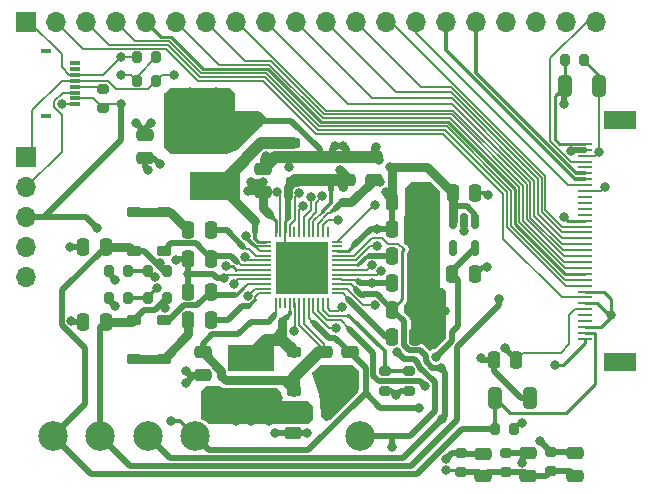
<source format=gtl>
G04 #@! TF.GenerationSoftware,KiCad,Pcbnew,8.0.8*
G04 #@! TF.CreationDate,2025-03-14T23:10:00+01:00*
G04 #@! TF.ProjectId,epdiy-v7-raw,65706469-792d-4763-972d-7261772e6b69,1.1*
G04 #@! TF.SameCoordinates,Original*
G04 #@! TF.FileFunction,Copper,L1,Top*
G04 #@! TF.FilePolarity,Positive*
%FSLAX46Y46*%
G04 Gerber Fmt 4.6, Leading zero omitted, Abs format (unit mm)*
G04 Created by KiCad (PCBNEW 8.0.8) date 2025-03-14 23:10:00*
%MOMM*%
%LPD*%
G01*
G04 APERTURE LIST*
G04 Aperture macros list*
%AMRoundRect*
0 Rectangle with rounded corners*
0 $1 Rounding radius*
0 $2 $3 $4 $5 $6 $7 $8 $9 X,Y pos of 4 corners*
0 Add a 4 corners polygon primitive as box body*
4,1,4,$2,$3,$4,$5,$6,$7,$8,$9,$2,$3,0*
0 Add four circle primitives for the rounded corners*
1,1,$1+$1,$2,$3*
1,1,$1+$1,$4,$5*
1,1,$1+$1,$6,$7*
1,1,$1+$1,$8,$9*
0 Add four rect primitives between the rounded corners*
20,1,$1+$1,$2,$3,$4,$5,0*
20,1,$1+$1,$4,$5,$6,$7,0*
20,1,$1+$1,$6,$7,$8,$9,0*
20,1,$1+$1,$8,$9,$2,$3,0*%
G04 Aperture macros list end*
G04 #@! TA.AperFunction,SMDPad,CuDef*
%ADD10RoundRect,0.150000X-0.150000X0.512500X-0.150000X-0.512500X0.150000X-0.512500X0.150000X0.512500X0*%
G04 #@! TD*
G04 #@! TA.AperFunction,SMDPad,CuDef*
%ADD11RoundRect,0.225000X-0.375000X0.225000X-0.375000X-0.225000X0.375000X-0.225000X0.375000X0.225000X0*%
G04 #@! TD*
G04 #@! TA.AperFunction,SMDPad,CuDef*
%ADD12RoundRect,0.225000X0.375000X-0.225000X0.375000X0.225000X-0.375000X0.225000X-0.375000X-0.225000X0*%
G04 #@! TD*
G04 #@! TA.AperFunction,SMDPad,CuDef*
%ADD13RoundRect,0.250000X0.250000X0.475000X-0.250000X0.475000X-0.250000X-0.475000X0.250000X-0.475000X0*%
G04 #@! TD*
G04 #@! TA.AperFunction,SMDPad,CuDef*
%ADD14RoundRect,0.249999X-0.325001X-0.650001X0.325001X-0.650001X0.325001X0.650001X-0.325001X0.650001X0*%
G04 #@! TD*
G04 #@! TA.AperFunction,SMDPad,CuDef*
%ADD15RoundRect,0.250000X-0.475000X0.250000X-0.475000X-0.250000X0.475000X-0.250000X0.475000X0.250000X0*%
G04 #@! TD*
G04 #@! TA.AperFunction,SMDPad,CuDef*
%ADD16RoundRect,0.200000X0.275000X-0.200000X0.275000X0.200000X-0.275000X0.200000X-0.275000X-0.200000X0*%
G04 #@! TD*
G04 #@! TA.AperFunction,SMDPad,CuDef*
%ADD17RoundRect,0.200000X-0.200000X-0.275000X0.200000X-0.275000X0.200000X0.275000X-0.200000X0.275000X0*%
G04 #@! TD*
G04 #@! TA.AperFunction,SMDPad,CuDef*
%ADD18RoundRect,0.200000X-0.275000X0.200000X-0.275000X-0.200000X0.275000X-0.200000X0.275000X0.200000X0*%
G04 #@! TD*
G04 #@! TA.AperFunction,SMDPad,CuDef*
%ADD19RoundRect,0.250000X-0.250000X-0.475000X0.250000X-0.475000X0.250000X0.475000X-0.250000X0.475000X0*%
G04 #@! TD*
G04 #@! TA.AperFunction,SMDPad,CuDef*
%ADD20RoundRect,0.200000X0.200000X0.275000X-0.200000X0.275000X-0.200000X-0.275000X0.200000X-0.275000X0*%
G04 #@! TD*
G04 #@! TA.AperFunction,SMDPad,CuDef*
%ADD21R,3.900000X2.200000*%
G04 #@! TD*
G04 #@! TA.AperFunction,SMDPad,CuDef*
%ADD22R,4.200000X2.400000*%
G04 #@! TD*
G04 #@! TA.AperFunction,SMDPad,CuDef*
%ADD23RoundRect,0.250000X0.475000X-0.250000X0.475000X0.250000X-0.475000X0.250000X-0.475000X-0.250000X0*%
G04 #@! TD*
G04 #@! TA.AperFunction,SMDPad,CuDef*
%ADD24R,0.850000X0.200000*%
G04 #@! TD*
G04 #@! TA.AperFunction,SMDPad,CuDef*
%ADD25R,0.200000X0.850000*%
G04 #@! TD*
G04 #@! TA.AperFunction,ComponentPad*
%ADD26C,0.508000*%
G04 #@! TD*
G04 #@! TA.AperFunction,SMDPad,CuDef*
%ADD27R,4.399999X4.399999*%
G04 #@! TD*
G04 #@! TA.AperFunction,SMDPad,CuDef*
%ADD28C,2.500000*%
G04 #@! TD*
G04 #@! TA.AperFunction,SMDPad,CuDef*
%ADD29R,0.838200X0.355600*%
G04 #@! TD*
G04 #@! TA.AperFunction,SMDPad,CuDef*
%ADD30R,0.838200X0.406400*%
G04 #@! TD*
G04 #@! TA.AperFunction,ComponentPad*
%ADD31R,1.700000X1.700000*%
G04 #@! TD*
G04 #@! TA.AperFunction,ComponentPad*
%ADD32O,1.700000X1.700000*%
G04 #@! TD*
G04 #@! TA.AperFunction,SMDPad,CuDef*
%ADD33R,2.800000X1.600000*%
G04 #@! TD*
G04 #@! TA.AperFunction,SMDPad,CuDef*
%ADD34R,1.300000X0.250000*%
G04 #@! TD*
G04 #@! TA.AperFunction,ViaPad*
%ADD35C,0.800000*%
G04 #@! TD*
G04 #@! TA.AperFunction,Conductor*
%ADD36C,0.200000*%
G04 #@! TD*
G04 #@! TA.AperFunction,Conductor*
%ADD37C,1.000000*%
G04 #@! TD*
G04 #@! TA.AperFunction,Conductor*
%ADD38C,0.500000*%
G04 #@! TD*
G04 #@! TA.AperFunction,Conductor*
%ADD39C,0.250000*%
G04 #@! TD*
G04 #@! TA.AperFunction,Conductor*
%ADD40C,0.300000*%
G04 #@! TD*
G04 #@! TA.AperFunction,Conductor*
%ADD41C,0.400000*%
G04 #@! TD*
G04 #@! TA.AperFunction,Conductor*
%ADD42C,0.750000*%
G04 #@! TD*
G04 APERTURE END LIST*
D10*
X114032070Y-100352500D03*
X113082070Y-100352500D03*
X112132070Y-100352500D03*
X112132070Y-102627500D03*
X114032070Y-102627500D03*
D11*
X85082070Y-108764000D03*
X85082070Y-112064000D03*
D12*
X87622070Y-112064000D03*
X87622070Y-108764000D03*
D11*
X85082070Y-99620000D03*
X85082070Y-102920000D03*
D12*
X87622070Y-102920000D03*
X87622070Y-99620000D03*
X98671070Y-114731000D03*
X98671070Y-111431000D03*
D11*
X98544070Y-93778000D03*
X98544070Y-97078000D03*
D13*
X113982070Y-104890000D03*
X112082070Y-104890000D03*
X108892070Y-110160000D03*
X106992070Y-110160000D03*
X117483333Y-112125000D03*
X115583333Y-112125000D03*
D14*
X121575000Y-88925000D03*
X124525000Y-88925000D03*
D15*
X118505000Y-120050000D03*
X118505000Y-121950000D03*
D14*
X115658333Y-115370000D03*
X118608333Y-115370000D03*
D15*
X122432000Y-120047000D03*
X122432000Y-121947000D03*
D16*
X106363270Y-114761600D03*
X106363270Y-113111600D03*
D17*
X121575000Y-86775000D03*
X123225000Y-86775000D03*
D18*
X116575000Y-119997000D03*
X116575000Y-121647000D03*
D17*
X115650000Y-118000000D03*
X117300000Y-118000000D03*
D18*
X120400000Y-119922000D03*
X120400000Y-121572000D03*
X108395270Y-113111600D03*
X108395270Y-114761600D03*
D15*
X105402070Y-94986000D03*
X105402070Y-96886000D03*
D19*
X106992070Y-98730000D03*
X108892070Y-98730000D03*
D20*
X87939070Y-104572000D03*
X86289070Y-104572000D03*
D21*
X94988070Y-115743000D03*
X94988070Y-111943000D03*
D22*
X91940070Y-97424000D03*
X91940070Y-92924000D03*
D20*
X84637070Y-106858000D03*
X82987070Y-106858000D03*
X87939070Y-106858000D03*
X86289070Y-106858000D03*
X84637070Y-104572000D03*
X82987070Y-104572000D03*
D23*
X98544070Y-118349000D03*
X98544070Y-116449000D03*
X103370070Y-113396000D03*
X103370070Y-111496000D03*
D13*
X91620070Y-103556000D03*
X89720070Y-103556000D03*
D19*
X89720070Y-106350000D03*
X91620070Y-106350000D03*
D24*
X102281070Y-106518001D03*
X102281070Y-106117999D03*
X102281070Y-105718000D03*
X102281070Y-105318001D03*
X102281070Y-104917999D03*
X102281070Y-104518000D03*
X102281070Y-104118000D03*
X102281070Y-103718001D03*
X102281070Y-103317999D03*
X102281070Y-102918000D03*
X102281070Y-102518001D03*
X102281070Y-102117999D03*
D25*
X101506071Y-101343000D03*
X101106069Y-101343000D03*
X100706070Y-101343000D03*
X100306071Y-101343000D03*
X99906069Y-101343000D03*
X99506070Y-101343000D03*
X99106070Y-101343000D03*
X98706071Y-101343000D03*
X98306069Y-101343000D03*
X97906070Y-101343000D03*
X97506071Y-101343000D03*
X97106069Y-101343000D03*
D24*
X96331070Y-102117999D03*
X96331070Y-102518001D03*
X96331070Y-102918000D03*
X96331070Y-103317999D03*
X96331070Y-103718001D03*
X96331070Y-104118000D03*
X96331070Y-104518000D03*
X96331070Y-104917999D03*
X96331070Y-105318001D03*
X96331070Y-105718000D03*
X96331070Y-106117999D03*
X96331070Y-106518001D03*
D25*
X97106069Y-107293000D03*
X97506071Y-107293000D03*
X97906070Y-107293000D03*
X98306069Y-107293000D03*
X98706071Y-107293000D03*
X99106070Y-107293000D03*
X99506070Y-107293000D03*
X99906069Y-107293000D03*
X100306071Y-107293000D03*
X100706070Y-107293000D03*
X101106069Y-107293000D03*
X101506071Y-107293000D03*
D26*
X100880870Y-105892800D03*
X100880870Y-105105400D03*
X100880870Y-104318000D03*
X100880870Y-103530600D03*
X100880870Y-102743200D03*
X100093470Y-105892800D03*
X100093470Y-105105400D03*
X100093470Y-104318000D03*
X100093470Y-103530600D03*
X100093470Y-102743200D03*
X99306070Y-105892800D03*
X99306070Y-105105400D03*
X99306070Y-104318000D03*
D27*
X99306070Y-104318000D03*
D26*
X99306070Y-103530600D03*
X99306070Y-102743200D03*
X98518670Y-105892800D03*
X98518670Y-105105400D03*
X98518670Y-104318000D03*
X98518670Y-103530600D03*
X98518670Y-102743200D03*
X97731270Y-105892800D03*
X97731270Y-105105400D03*
X97731270Y-104318000D03*
X97731270Y-103530600D03*
X97731270Y-102743200D03*
D13*
X108892070Y-107874000D03*
X106992070Y-107874000D03*
D23*
X96004070Y-97902000D03*
X96004070Y-96002000D03*
D13*
X108892070Y-101016000D03*
X106992070Y-101016000D03*
D19*
X80830070Y-102540000D03*
X82730070Y-102540000D03*
D23*
X100830070Y-96886000D03*
X100830070Y-94986000D03*
D19*
X106992070Y-105588000D03*
X108892070Y-105588000D03*
X89720070Y-101143000D03*
X91620070Y-101143000D03*
D23*
X103116070Y-96886000D03*
X103116070Y-94986000D03*
D19*
X89720070Y-108763000D03*
X91620070Y-108763000D03*
D13*
X82730070Y-108890000D03*
X80830070Y-108890000D03*
X108892070Y-103314700D03*
X106992070Y-103314700D03*
D23*
X101211070Y-113396000D03*
X101211070Y-111496000D03*
D19*
X112132070Y-97990000D03*
X114032070Y-97990000D03*
D15*
X114696000Y-120097000D03*
X114696000Y-121997000D03*
D18*
X112796000Y-119997000D03*
X112796000Y-121647000D03*
D15*
X86032070Y-93140000D03*
X86032070Y-95040000D03*
D23*
X90924070Y-113396000D03*
X90924070Y-111496000D03*
D28*
X86282070Y-118590000D03*
X78282070Y-118590000D03*
X90282070Y-118590000D03*
X104282070Y-118590000D03*
D17*
X85350000Y-88500000D03*
X87000000Y-88500000D03*
D20*
X87000000Y-86500063D03*
X85350000Y-86500063D03*
D28*
X82282070Y-118590000D03*
D29*
X80117800Y-90500441D03*
X80117800Y-90000315D03*
X80117800Y-89500189D03*
X80117800Y-89000063D03*
X80117800Y-88499937D03*
X80117800Y-87999811D03*
X80117800Y-87499685D03*
X80117800Y-86999559D03*
D30*
X77657800Y-86000000D03*
X77657800Y-91500000D03*
D31*
X75940000Y-83500000D03*
D32*
X78480000Y-83500000D03*
X81020000Y-83500000D03*
X83560000Y-83500000D03*
X86100000Y-83500000D03*
X88640000Y-83500000D03*
X91180000Y-83500000D03*
X93720000Y-83500000D03*
X96260000Y-83500000D03*
X98800000Y-83500000D03*
X101340000Y-83500000D03*
X103880000Y-83500000D03*
X106420000Y-83500000D03*
X108960000Y-83500000D03*
X111500000Y-83500000D03*
X114040000Y-83500000D03*
X116580000Y-83500000D03*
X119120000Y-83500000D03*
X121660000Y-83500000D03*
X124200000Y-83500000D03*
D31*
X76000000Y-95000000D03*
D32*
X76000000Y-97540000D03*
X76000000Y-100080000D03*
X76000000Y-102620000D03*
X76000000Y-105160000D03*
D16*
X82500000Y-89175000D03*
X82500000Y-90825000D03*
D33*
X126275000Y-112350000D03*
X126275000Y-91850000D03*
D34*
X123275000Y-110350000D03*
X123275000Y-109850000D03*
X123275000Y-109350000D03*
X123275000Y-108850000D03*
X123275000Y-108350000D03*
X123275000Y-107850000D03*
X123275000Y-107350000D03*
X123275000Y-106850000D03*
X123275000Y-106350000D03*
X123275000Y-105850000D03*
X123275000Y-105350000D03*
X123275000Y-104850000D03*
X123275000Y-104350000D03*
X123275000Y-103850000D03*
X123275000Y-103350000D03*
X123275000Y-102850000D03*
X123275000Y-102350000D03*
X123275000Y-101850000D03*
X123275000Y-101350000D03*
X123275000Y-100850000D03*
X123275000Y-100350000D03*
X123275000Y-99850000D03*
X123275000Y-99350000D03*
X123275000Y-98850000D03*
X123275000Y-98350000D03*
X123275000Y-97850000D03*
X123275000Y-97350000D03*
X123275000Y-96850000D03*
X123275000Y-96350000D03*
X123275000Y-95850000D03*
X123275000Y-95350000D03*
X123275000Y-94850000D03*
X123275000Y-94350000D03*
X123275000Y-93850000D03*
D35*
X124500000Y-94500000D03*
X102941069Y-114590000D03*
X110282070Y-106840000D03*
X125000000Y-97500000D03*
X95482070Y-91490000D03*
X110528866Y-102093204D03*
X105275070Y-104112000D03*
X102113171Y-94025000D03*
X99782070Y-118340000D03*
X102354070Y-100254000D03*
X109509657Y-104545000D03*
X93082070Y-90090000D03*
X105656070Y-102492000D03*
X102837153Y-93990910D03*
X113082070Y-101190000D03*
X110282070Y-97840000D03*
X88682070Y-90090000D03*
X79682070Y-102590000D03*
X101532070Y-116590000D03*
X88678756Y-103694099D03*
X92082070Y-89490000D03*
X89532070Y-113090000D03*
X91082070Y-90090000D03*
X111444043Y-108001973D03*
X125500000Y-108359521D03*
X102733813Y-107621257D03*
X89720070Y-104902000D03*
X102226070Y-113396000D03*
X115043039Y-104259394D03*
X89749377Y-92700000D03*
X107282070Y-115130000D03*
X92778847Y-105184403D03*
X88682070Y-92490000D03*
X101032070Y-114590000D03*
X110266558Y-104870863D03*
X86532070Y-92090000D03*
X89532070Y-114090000D03*
X111500000Y-121500000D03*
X98649351Y-109674663D03*
X83532070Y-107590000D03*
X79782070Y-108840000D03*
X94882070Y-92690000D03*
X114500000Y-112000000D03*
X102032070Y-115590000D03*
X98282070Y-95840000D03*
X101886070Y-94986000D03*
X105875283Y-95228486D03*
X89882070Y-89490000D03*
X96297604Y-94855534D03*
X115082070Y-98190000D03*
X98136070Y-94986000D03*
X88082070Y-91290000D03*
X118000000Y-117500000D03*
X97032070Y-118340000D03*
X85282070Y-92090000D03*
X109390000Y-106735000D03*
X110282070Y-100090000D03*
X109995331Y-101484669D03*
X83532070Y-105340000D03*
X105582070Y-94090000D03*
X110351505Y-108718325D03*
X79000000Y-90500000D03*
X116000000Y-107000000D03*
X94734070Y-106731000D03*
X87782070Y-107753998D03*
X121500000Y-90500000D03*
X87282070Y-103930002D03*
X94558816Y-103427029D03*
X111186035Y-117186035D03*
X111085184Y-112832862D03*
X120800000Y-112550000D03*
X118000272Y-120877000D03*
X109282070Y-116190000D03*
X119500000Y-119000000D03*
X122158631Y-94495000D03*
X88282070Y-117340000D03*
X99406060Y-99111000D03*
X121500000Y-100000000D03*
X111500000Y-120500000D03*
X105975000Y-97090000D03*
X107000000Y-119500000D03*
X107373605Y-111480500D03*
X116495000Y-111140000D03*
X109730965Y-114340000D03*
X102532070Y-96090000D03*
X105275070Y-105588000D03*
X94608327Y-101649743D03*
X102822070Y-97541000D03*
X88500000Y-88000063D03*
X100109731Y-98317659D03*
X84000000Y-86500063D03*
X101077318Y-98282747D03*
X97268070Y-97900765D03*
X105500000Y-107500000D03*
X106056501Y-104597563D03*
X105500000Y-99000000D03*
X99058070Y-98048002D03*
X106775000Y-95769795D03*
X105670014Y-101016000D03*
X99782070Y-116340000D03*
X95032070Y-97090000D03*
X91282070Y-115090000D03*
X106473219Y-97937557D03*
X93782070Y-117340000D03*
X92532070Y-117090000D03*
X94782070Y-97840000D03*
X92532070Y-115090000D03*
X96532070Y-117340000D03*
X92532070Y-116090000D03*
X97282070Y-116590000D03*
X86282070Y-96090000D03*
X96032070Y-97090000D03*
X87282070Y-95590000D03*
X91282070Y-116090000D03*
X97282070Y-115340000D03*
X95032070Y-117340000D03*
X102227070Y-109423000D03*
X110703536Y-111918534D03*
X84000000Y-90500000D03*
X82000000Y-101000000D03*
X84000000Y-88000063D03*
X92883070Y-104191000D03*
X86911346Y-105137619D03*
X87032070Y-106090000D03*
X93596775Y-105686994D03*
D36*
X124500000Y-94500000D02*
X124525000Y-94475000D01*
X124525000Y-94475000D02*
X124525000Y-88925000D01*
X88500000Y-88000063D02*
X87499937Y-88000063D01*
X87499937Y-88000063D02*
X87000000Y-88500000D01*
X80117800Y-88499937D02*
X82899449Y-88499937D01*
X82899449Y-88499937D02*
X83594512Y-89195000D01*
X83594512Y-89195000D02*
X86305000Y-89195000D01*
X86305000Y-89195000D02*
X87000000Y-88500000D01*
X84000000Y-88000063D02*
X84850063Y-88000063D01*
X84850063Y-88000063D02*
X85350000Y-88500000D01*
X87000000Y-86500063D02*
X85350000Y-88150063D01*
X85350000Y-88150063D02*
X85350000Y-88500000D01*
D37*
X98136070Y-94986000D02*
X101886070Y-94986000D01*
X101886070Y-94986000D02*
X105402070Y-94986000D01*
D38*
X102226070Y-113396000D02*
X103370070Y-113396000D01*
X100830070Y-94275998D02*
X100830070Y-94986000D01*
D39*
X124895000Y-106395000D02*
X125500000Y-107000000D01*
D38*
X114625000Y-112125000D02*
X114500000Y-112000000D01*
D36*
X101570069Y-100254000D02*
X102354070Y-100254000D01*
D38*
X90924070Y-113396000D02*
X90226070Y-113396000D01*
X101211070Y-113396000D02*
X101211070Y-114411000D01*
X118202000Y-121647000D02*
X118505000Y-121950000D01*
D36*
X101106069Y-101343000D02*
X101106069Y-100718000D01*
X101506071Y-107776872D02*
X101730199Y-108001000D01*
D40*
X114032070Y-97990000D02*
X114882070Y-97990000D01*
D38*
X122057000Y-121572000D02*
X122432000Y-121947000D01*
X79832070Y-108890000D02*
X79782070Y-108840000D01*
X106913670Y-114761600D02*
X107282070Y-115130000D01*
D36*
X117500000Y-118000000D02*
X118000000Y-117500000D01*
D38*
X95482070Y-91490000D02*
X95892080Y-91900010D01*
X86032070Y-93140000D02*
X86032070Y-92840000D01*
D36*
X101730199Y-108001000D02*
X102354070Y-108001000D01*
D38*
X98544070Y-118349000D02*
X97041070Y-118349000D01*
D36*
X93045251Y-104917999D02*
X92778847Y-105184403D01*
D38*
X89720070Y-106350000D02*
X89720070Y-104902000D01*
X89720070Y-103556000D02*
X88816855Y-103556000D01*
D36*
X98716079Y-107303008D02*
X98716079Y-109607935D01*
D38*
X103370070Y-114160999D02*
X102941069Y-114590000D01*
X101211070Y-114411000D02*
X101032070Y-114590000D01*
X105402070Y-94270000D02*
X105402070Y-94986000D01*
X88816855Y-103556000D02*
X88678756Y-103694099D01*
D39*
X124525000Y-88925000D02*
X124525000Y-88061148D01*
X124357537Y-107350000D02*
X125475000Y-108467463D01*
X125475000Y-108525000D02*
X124650000Y-109350000D01*
D38*
X107282070Y-115130000D02*
X107335270Y-115130000D01*
D36*
X124650000Y-97850000D02*
X125000000Y-97500000D01*
D38*
X86032070Y-92840000D02*
X85282070Y-92090000D01*
D36*
X105109807Y-102492000D02*
X105656070Y-102492000D01*
D38*
X116575000Y-121647000D02*
X118202000Y-121647000D01*
X107335270Y-115130000D02*
X107703670Y-114761600D01*
X112796000Y-121647000D02*
X114346000Y-121647000D01*
X115583333Y-112125000D02*
X114625000Y-112125000D01*
X118505000Y-121950000D02*
X120022000Y-121950000D01*
X90226070Y-113396000D02*
X89532070Y-114090000D01*
X120022000Y-121950000D02*
X120400000Y-121572000D01*
X120400000Y-121572000D02*
X122057000Y-121572000D01*
X101211070Y-113396000D02*
X102226070Y-113396000D01*
X89720070Y-104902000D02*
X89720070Y-103556000D01*
X96004070Y-95149068D02*
X96297604Y-94855534D01*
X86032070Y-92590000D02*
X86532070Y-92090000D01*
D39*
X125500000Y-108500000D02*
X125475000Y-108525000D01*
X123238852Y-86775000D02*
X124525000Y-88061148D01*
D38*
X115583333Y-112125000D02*
X115583333Y-113058333D01*
X82987070Y-107045000D02*
X83532070Y-107590000D01*
D37*
X96004070Y-96002000D02*
X97020070Y-94986000D01*
D38*
X103370070Y-113396000D02*
X103370070Y-114160999D01*
D37*
X97020070Y-94986000D02*
X98136070Y-94986000D01*
D38*
X101886070Y-94986000D02*
X101886070Y-94252101D01*
D39*
X125500000Y-108359521D02*
X125500000Y-108500000D01*
X111500000Y-121500000D02*
X112649000Y-121500000D01*
X123275000Y-106350000D02*
X123320000Y-106395000D01*
D36*
X102281070Y-103718001D02*
X103883806Y-103718001D01*
D38*
X95892080Y-91900010D02*
X98454082Y-91900010D01*
D36*
X98716079Y-109607935D02*
X98649351Y-109674663D01*
X79000000Y-90500000D02*
X80117359Y-90500000D01*
D38*
X114346000Y-121647000D02*
X114696000Y-121997000D01*
D36*
X98706071Y-107293000D02*
X98716079Y-107303008D01*
D40*
X114882070Y-97990000D02*
X115082070Y-98190000D01*
D38*
X117895000Y-115370000D02*
X118608333Y-115370000D01*
X103116070Y-94269827D02*
X102837153Y-93990910D01*
D36*
X104859062Y-104528008D02*
X105275070Y-104112000D01*
X96331070Y-104917999D02*
X93045251Y-104917999D01*
D38*
X105582070Y-94090000D02*
X105402070Y-94270000D01*
X108395270Y-114761600D02*
X107703670Y-114761600D01*
X86032070Y-93140000D02*
X86032070Y-92590000D01*
X105644556Y-95228486D02*
X105875283Y-95228486D01*
D36*
X101106069Y-100718000D02*
X101570069Y-100254000D01*
X102354070Y-108001000D02*
X102733813Y-107621257D01*
D38*
X114696000Y-121997000D02*
X115103468Y-121589532D01*
X115583333Y-113058333D02*
X117895000Y-115370000D01*
X96004070Y-96002000D02*
X96004070Y-95149068D01*
X115103468Y-121589532D02*
X115282465Y-121589532D01*
D39*
X123275000Y-109350000D02*
X124650000Y-109350000D01*
D36*
X123275000Y-94850000D02*
X124150000Y-94850000D01*
D39*
X125475000Y-108467463D02*
X125475000Y-108525000D01*
D38*
X106363270Y-114761600D02*
X106913670Y-114761600D01*
D41*
X115043039Y-104259394D02*
X114612676Y-104259394D01*
D38*
X90924070Y-113396000D02*
X89838070Y-113396000D01*
X79682070Y-102590000D02*
X79732070Y-102540000D01*
X89838070Y-113396000D02*
X89532070Y-113090000D01*
D36*
X101506071Y-107293000D02*
X101506071Y-107776872D01*
D41*
X114612676Y-104259394D02*
X113982070Y-104890000D01*
D36*
X103883806Y-103718001D02*
X105109807Y-102492000D01*
D38*
X99773070Y-118349000D02*
X99782070Y-118340000D01*
X97041070Y-118349000D02*
X97032070Y-118340000D01*
D40*
X113082070Y-100352500D02*
X113082070Y-101190000D01*
D38*
X103116070Y-94986000D02*
X103116070Y-94269827D01*
X115339933Y-121647000D02*
X115282465Y-121589532D01*
X80830070Y-108890000D02*
X79832070Y-108890000D01*
X89720070Y-104902000D02*
X91844070Y-104902000D01*
X92126473Y-105184403D02*
X92778847Y-105184403D01*
X98454082Y-91900010D02*
X100830070Y-94275998D01*
X91844070Y-104902000D02*
X92126473Y-105184403D01*
X101886070Y-94252101D02*
X102113171Y-94025000D01*
D39*
X123320000Y-106395000D02*
X124895000Y-106395000D01*
D38*
X98544070Y-118349000D02*
X99773070Y-118349000D01*
D39*
X123275000Y-107350000D02*
X124357537Y-107350000D01*
D36*
X123275000Y-97850000D02*
X124650000Y-97850000D01*
D39*
X125500000Y-107000000D02*
X125500000Y-108359521D01*
D36*
X102291078Y-104528008D02*
X104859062Y-104528008D01*
X102281070Y-104518000D02*
X102291078Y-104528008D01*
D38*
X79732070Y-102540000D02*
X80830070Y-102540000D01*
X82987070Y-104795000D02*
X83532070Y-105340000D01*
X116575000Y-121647000D02*
X115339933Y-121647000D01*
D36*
X124150000Y-94850000D02*
X124500000Y-94500000D01*
X102281070Y-104118000D02*
X104078070Y-104118000D01*
D40*
X104894070Y-103302000D02*
X104078070Y-104118000D01*
X105021070Y-103302000D02*
X104894070Y-103302000D01*
D38*
X105021070Y-103302000D02*
X106979370Y-103302000D01*
X121500000Y-90500000D02*
X121500000Y-89000000D01*
X112482070Y-111017930D02*
X116000000Y-107500000D01*
D39*
X120725000Y-93450000D02*
X120725000Y-89775000D01*
D36*
X96331070Y-106117999D02*
X95347071Y-106117999D01*
D39*
X120725000Y-89775000D02*
X121575000Y-88925000D01*
D38*
X86893071Y-107903999D02*
X87244570Y-107552500D01*
X108562070Y-121110000D02*
X112482070Y-117190000D01*
D36*
X95347071Y-106117999D02*
X94734070Y-106731000D01*
D39*
X121575000Y-88925000D02*
X121575000Y-86775000D01*
D38*
X82282070Y-109338000D02*
X82730070Y-108890000D01*
X87244570Y-107552500D02*
X87939070Y-106858000D01*
X112482070Y-117190000D02*
X112482070Y-111017930D01*
D39*
X120725000Y-93450000D02*
X121125000Y-93850000D01*
D38*
X85942071Y-107903999D02*
X86893071Y-107903999D01*
X85082070Y-108764000D02*
X85942071Y-107903999D01*
D40*
X87244570Y-107552500D02*
X87580572Y-107552500D01*
D38*
X84802070Y-121110000D02*
X108562070Y-121110000D01*
X116000000Y-107500000D02*
X116000000Y-107000000D01*
D42*
X82730070Y-108890000D02*
X84956070Y-108890000D01*
D38*
X82282070Y-118590000D02*
X82282070Y-109338000D01*
X82282070Y-118590000D02*
X84802070Y-121110000D01*
D40*
X87580572Y-107552500D02*
X87782070Y-107753998D01*
D42*
X84956070Y-108890000D02*
X85082070Y-108764000D01*
D39*
X121125000Y-93850000D02*
X123275000Y-93850000D01*
D38*
X81000000Y-111146875D02*
X79012070Y-109158945D01*
X79012070Y-106258000D02*
X82730070Y-102540000D01*
D40*
X115658333Y-115370000D02*
X115658333Y-117991667D01*
D38*
X109082070Y-121790000D02*
X112872070Y-118000000D01*
D39*
X124175000Y-109850000D02*
X124180000Y-109855000D01*
D38*
X87626756Y-104572000D02*
X87213413Y-104158657D01*
X78282070Y-118590000D02*
X81000000Y-115872070D01*
D36*
X94849788Y-103718001D02*
X94558816Y-103427029D01*
D38*
X112872070Y-118000000D02*
X115650000Y-118000000D01*
D36*
X94849788Y-103718001D02*
X96331070Y-103718001D01*
D40*
X87213413Y-103998659D02*
X87282070Y-103930002D01*
D39*
X123275000Y-109850000D02*
X124175000Y-109850000D01*
D40*
X87213413Y-104158657D02*
X87213413Y-103998659D01*
D38*
X79012070Y-109158945D02*
X79012070Y-106258000D01*
D39*
X115658333Y-115370000D02*
X116918333Y-116630000D01*
D42*
X84702070Y-102540000D02*
X85082070Y-102920000D01*
D38*
X81000000Y-115872070D02*
X81000000Y-111146875D01*
D39*
X124180000Y-114171740D02*
X121721740Y-116630000D01*
D38*
X85974756Y-102920000D02*
X85082070Y-102920000D01*
X87213413Y-104158657D02*
X85974756Y-102920000D01*
D42*
X82730070Y-102540000D02*
X84702070Y-102540000D01*
D39*
X124180000Y-109855000D02*
X124180000Y-114171740D01*
D38*
X81482070Y-121790000D02*
X109082070Y-121790000D01*
X87939070Y-104572000D02*
X87626756Y-104572000D01*
X78282070Y-118590000D02*
X81482070Y-121790000D01*
D39*
X116918333Y-116630000D02*
X121721740Y-116630000D01*
D36*
X102281070Y-105718000D02*
X103500070Y-105718000D01*
X106588760Y-102329690D02*
X107488682Y-102329690D01*
D38*
X104311166Y-106604000D02*
X103955176Y-106248010D01*
D36*
X103774678Y-103317999D02*
X105260678Y-101831999D01*
D38*
X107922070Y-120450000D02*
X111186035Y-117186035D01*
X88142070Y-120450000D02*
X107922070Y-120450000D01*
D39*
X123275000Y-110350000D02*
X123275000Y-110725000D01*
D38*
X105674069Y-106555999D02*
X106992070Y-107874000D01*
X108361762Y-111295000D02*
X109324413Y-111295000D01*
X111482070Y-116890000D02*
X111482070Y-113229748D01*
X107982070Y-108864000D02*
X107982070Y-110915308D01*
D39*
X107842604Y-102882544D02*
X107842604Y-107023466D01*
X123275000Y-110725000D02*
X121450000Y-112550000D01*
D38*
X103955176Y-106248010D02*
X103883618Y-106176452D01*
X118000272Y-120877000D02*
X118000272Y-120554728D01*
X86282070Y-118590000D02*
X88142070Y-120450000D01*
X109803536Y-112243273D02*
X110378797Y-112818534D01*
X107982070Y-110915308D02*
X108361762Y-111295000D01*
X110378797Y-112818534D02*
X111070856Y-112818534D01*
X104632269Y-106555999D02*
X105674069Y-106555999D01*
D39*
X121450000Y-112550000D02*
X120800000Y-112550000D01*
D38*
X111186035Y-117186035D02*
X111482070Y-116890000D01*
D36*
X105260678Y-101831999D02*
X106091069Y-101831999D01*
X103500070Y-105718000D02*
X103921070Y-106139000D01*
D38*
X111482070Y-113229748D02*
X111085184Y-112832862D01*
X109324413Y-111295000D02*
X109803536Y-111774123D01*
X109803536Y-111774123D02*
X109803536Y-112243273D01*
X118000272Y-120554728D02*
X118505000Y-120050000D01*
D36*
X107488682Y-102329690D02*
X107942070Y-102783078D01*
X102281070Y-103317999D02*
X103774678Y-103317999D01*
D38*
X111070856Y-112818534D02*
X111085184Y-112832862D01*
X104311166Y-106604000D02*
X104584268Y-106604000D01*
D39*
X107942070Y-102783078D02*
X107842604Y-102882544D01*
D36*
X106091069Y-101831999D02*
X106588760Y-102329690D01*
D38*
X106992070Y-107874000D02*
X107982070Y-108864000D01*
D39*
X107842604Y-107023466D02*
X106992070Y-107874000D01*
D38*
X116575000Y-119997000D02*
X118452000Y-119997000D01*
X104584268Y-106604000D02*
X104632269Y-106555999D01*
D36*
X99106070Y-101343000D02*
X99106070Y-99410990D01*
X99906069Y-107293000D02*
X99906069Y-108600999D01*
D38*
X101592070Y-110287000D02*
X102161070Y-110287000D01*
D40*
X100195070Y-108890000D02*
X101592070Y-110287000D01*
D38*
X119500000Y-119000000D02*
X119500000Y-119022000D01*
X99882070Y-119790000D02*
X91482070Y-119790000D01*
X91482070Y-119790000D02*
X90282070Y-118590000D01*
X105962070Y-116190000D02*
X109282070Y-116190000D01*
X104722070Y-114950000D02*
X105962070Y-116190000D01*
X104722070Y-114950000D02*
X99882070Y-119790000D01*
X120400000Y-119922000D02*
X122307000Y-119922000D01*
D40*
X89032070Y-117340000D02*
X90282070Y-118590000D01*
D38*
X100322070Y-109017000D02*
X101592070Y-110287000D01*
D40*
X88282070Y-117340000D02*
X89032070Y-117340000D01*
D38*
X119500000Y-119022000D02*
X120400000Y-119922000D01*
X122158631Y-94495000D02*
X122303631Y-94350000D01*
D36*
X99906069Y-108600999D02*
X100195070Y-108890000D01*
D38*
X103370070Y-111496000D02*
X104722070Y-112848000D01*
X102161070Y-110287000D02*
X103370070Y-111496000D01*
D36*
X99106070Y-99410990D02*
X99406060Y-99111000D01*
X100195070Y-108890000D02*
X100322070Y-109017000D01*
D38*
X104722070Y-112848000D02*
X104722070Y-114950000D01*
X122303631Y-94350000D02*
X123275000Y-94350000D01*
D36*
X90812548Y-87860000D02*
X88117611Y-85165063D01*
X100812548Y-92360000D02*
X96312548Y-87860000D01*
X96312548Y-87860000D02*
X90812548Y-87860000D01*
X121611452Y-105350000D02*
X117030000Y-100768548D01*
X123275000Y-105350000D02*
X121611452Y-105350000D01*
X117030000Y-100768548D02*
X117030000Y-97801096D01*
X117030000Y-97801096D02*
X111588904Y-92360000D01*
X85225063Y-85165063D02*
X83560000Y-83500000D01*
X111588904Y-92360000D02*
X100812548Y-92360000D01*
X88117611Y-85165063D02*
X85225063Y-85165063D01*
D38*
X107000000Y-118590000D02*
X108482070Y-118590000D01*
X107983105Y-112090000D02*
X107373605Y-111480500D01*
D36*
X100706070Y-100608869D02*
X101571939Y-99743000D01*
D39*
X121850000Y-100350000D02*
X123275000Y-100350000D01*
D38*
X109143536Y-112516654D02*
X109143536Y-112372504D01*
D40*
X101909570Y-99555500D02*
X102481070Y-98984000D01*
D36*
X101722070Y-99743000D02*
X101909570Y-99555500D01*
D38*
X112003000Y-119997000D02*
X111500000Y-120500000D01*
X109280270Y-112701442D02*
X109280270Y-112653388D01*
X110582070Y-114003242D02*
X109280270Y-112701442D01*
X110582070Y-116490000D02*
X110582070Y-114003242D01*
D42*
X102703570Y-98761500D02*
X103526570Y-98761500D01*
D38*
X109143536Y-112372504D02*
X108861032Y-112090000D01*
X112003000Y-119997000D02*
X112796000Y-119997000D01*
D36*
X100706070Y-101343000D02*
X100706070Y-100608869D01*
D38*
X108861032Y-112090000D02*
X107983105Y-112090000D01*
X105606070Y-97090000D02*
X105975000Y-97090000D01*
X107000000Y-119500000D02*
X107000000Y-118590000D01*
D42*
X103526570Y-98761500D02*
X105402070Y-96886000D01*
D38*
X109280270Y-112653388D02*
X109143536Y-112516654D01*
D36*
X101909570Y-99555500D02*
X102100070Y-99365000D01*
D38*
X108482070Y-118590000D02*
X110582070Y-116490000D01*
X104282070Y-118590000D02*
X107000000Y-118590000D01*
D39*
X121500000Y-100000000D02*
X121850000Y-100350000D01*
D38*
X114696000Y-120097000D02*
X112896000Y-120097000D01*
X102100070Y-99365000D02*
X102703570Y-98761500D01*
D36*
X101571939Y-99743000D02*
X101722070Y-99743000D01*
X121850000Y-97350000D02*
X108960000Y-84460000D01*
X108960000Y-84460000D02*
X108960000Y-83500000D01*
X123275000Y-97350000D02*
X121850000Y-97350000D01*
D38*
X103243070Y-106985000D02*
X106418070Y-110160000D01*
X106418070Y-110160000D02*
X106992070Y-110160000D01*
D36*
X102776071Y-106518001D02*
X103243070Y-106985000D01*
X102281070Y-106518001D02*
X102776071Y-106518001D01*
D42*
X85082070Y-99620000D02*
X87622070Y-99620000D01*
X87622070Y-99620000D02*
X88197070Y-99620000D01*
X88197070Y-99620000D02*
X89720070Y-101143000D01*
D36*
X101473938Y-108763000D02*
X102606940Y-108763000D01*
X102606940Y-108763000D02*
X103358005Y-109514065D01*
D38*
X105382070Y-113468070D02*
X105382070Y-111538130D01*
X105865600Y-113951600D02*
X105382070Y-113468070D01*
X109730965Y-114340000D02*
X109342565Y-113951600D01*
D36*
X100706070Y-107995132D02*
X101473938Y-108763000D01*
X121975000Y-110814214D02*
X121232045Y-111557169D01*
X122425000Y-107850000D02*
X121975000Y-108300000D01*
X118051164Y-111557169D02*
X121232045Y-111557169D01*
X100706070Y-107293000D02*
X100706070Y-107995132D01*
D38*
X116495000Y-111140000D02*
X116498333Y-111140000D01*
X116498333Y-111140000D02*
X117483333Y-112125000D01*
X105382070Y-111538130D02*
X103358005Y-109514065D01*
D36*
X118051164Y-111557169D02*
X117483333Y-112125000D01*
X123275000Y-107850000D02*
X122425000Y-107850000D01*
X121975000Y-108300000D02*
X121975000Y-110814214D01*
D38*
X109342565Y-113951600D02*
X105865600Y-113951600D01*
D36*
X94875617Y-102767028D02*
X95426588Y-103317999D01*
X94353070Y-102540000D02*
X94580098Y-102767028D01*
D38*
X92956070Y-101143000D02*
X91620070Y-101143000D01*
D36*
X94580098Y-102767028D02*
X94875617Y-102767028D01*
D38*
X94353070Y-102540000D02*
X92956070Y-101143000D01*
D36*
X95426588Y-103317999D02*
X96331070Y-103317999D01*
D42*
X89720070Y-109966000D02*
X87622070Y-112064000D01*
X85082070Y-112064000D02*
X87622070Y-112064000D01*
X89720070Y-108763000D02*
X89720070Y-109966000D01*
D40*
X94880669Y-107600401D02*
X94841471Y-107600401D01*
D38*
X91620070Y-108763000D02*
X93083070Y-108763000D01*
D36*
X95709069Y-106518001D02*
X95394071Y-106832999D01*
X96331070Y-106518001D02*
X95709069Y-106518001D01*
D40*
X95394071Y-107086999D02*
X94880669Y-107600401D01*
D38*
X93083070Y-108763000D02*
X94245669Y-107600401D01*
D40*
X95394071Y-107047801D02*
X95394071Y-107086999D01*
D38*
X94245669Y-107600401D02*
X94841471Y-107600401D01*
D36*
X95394071Y-106832999D02*
X95394071Y-107047801D01*
D38*
X93908570Y-109969500D02*
X94988070Y-108890000D01*
D36*
X101211070Y-110795000D02*
X101211070Y-111496000D01*
X99506070Y-109090000D02*
X101211070Y-110795000D01*
X96979069Y-108340999D02*
X96788569Y-108531499D01*
D38*
X96979069Y-108423001D02*
X96979069Y-108340999D01*
X96512070Y-108890000D02*
X96702570Y-108699500D01*
D37*
X100764070Y-111496000D02*
X101211070Y-111496000D01*
D38*
X90924070Y-110795000D02*
X91749570Y-109969500D01*
D42*
X97783070Y-113843000D02*
X98671070Y-114731000D01*
X98417070Y-113843000D02*
X98671070Y-113589000D01*
D37*
X98671070Y-113589000D02*
X100764070Y-111496000D01*
D36*
X96788569Y-108531499D02*
X96684068Y-108636000D01*
D42*
X92503069Y-113074999D02*
X92503069Y-113471001D01*
D38*
X96702570Y-108699500D02*
X96979069Y-108423001D01*
D42*
X90924070Y-111496000D02*
X92503069Y-113074999D01*
D36*
X97106069Y-107293000D02*
X97106069Y-108213999D01*
D37*
X98671070Y-114731000D02*
X98671070Y-113589000D01*
D38*
X90924070Y-111496000D02*
X90924070Y-110795000D01*
X91749570Y-109969500D02*
X93908570Y-109969500D01*
D36*
X99106070Y-109198000D02*
X101211070Y-111303000D01*
X97106069Y-108213999D02*
X96979069Y-108340999D01*
D42*
X92503069Y-113471001D02*
X92875068Y-113843000D01*
D38*
X94988070Y-108890000D02*
X96512070Y-108890000D01*
D36*
X99506070Y-107293000D02*
X99506070Y-109090000D01*
D42*
X92875068Y-113843000D02*
X97783070Y-113843000D01*
D36*
X99106070Y-107293000D02*
X99106070Y-109198000D01*
D42*
X97783070Y-113843000D02*
X98417070Y-113843000D01*
D38*
X91620070Y-106604000D02*
X93662268Y-106604000D01*
D36*
X96331070Y-105718000D02*
X94731070Y-105718000D01*
D38*
X88060672Y-108764000D02*
X89339662Y-107485010D01*
X87622070Y-108764000D02*
X88060672Y-108764000D01*
D36*
X94731070Y-105718000D02*
X94353070Y-106096000D01*
X94444471Y-106004599D02*
X94731070Y-105718000D01*
D40*
X93845070Y-106604000D02*
X94353070Y-106096000D01*
D38*
X90485060Y-107485010D02*
X91620070Y-106350000D01*
D40*
X91620070Y-106604000D02*
X93845070Y-106604000D01*
D38*
X89339662Y-107485010D02*
X90485060Y-107485010D01*
D36*
X94153070Y-104118000D02*
X93845070Y-103810000D01*
D38*
X88264060Y-102278010D02*
X88121080Y-102420990D01*
X87622070Y-102920000D02*
X88121080Y-102420990D01*
X90342080Y-102278010D02*
X88264060Y-102278010D01*
D36*
X94153070Y-104118000D02*
X96331070Y-104118000D01*
D38*
X93337070Y-103302000D02*
X93845070Y-103810000D01*
X91620070Y-103302000D02*
X93337070Y-103302000D01*
X91620070Y-103556000D02*
X90342080Y-102278010D01*
D40*
X101794071Y-98853839D02*
X101794071Y-97765999D01*
D39*
X98163070Y-100127000D02*
X98163070Y-98984000D01*
D40*
X95331519Y-102518001D02*
X95402230Y-102518001D01*
D38*
X98163070Y-99619000D02*
X98163070Y-98730000D01*
D36*
X97906070Y-101343000D02*
X97906070Y-102918000D01*
X96331070Y-102918000D02*
X95802229Y-102918000D01*
X95802229Y-102918000D02*
X95402230Y-102518001D01*
X104005070Y-105334000D02*
X104259070Y-105588000D01*
D40*
X101084070Y-99563840D02*
X101794071Y-98853839D01*
D37*
X98736070Y-96886000D02*
X98544070Y-97078000D01*
D39*
X97906070Y-100632000D02*
X97906070Y-101343000D01*
D42*
X102822070Y-97541000D02*
X102822070Y-97180000D01*
D36*
X102719071Y-105318001D02*
X102735070Y-105334000D01*
D42*
X98163070Y-98222000D02*
X98163070Y-97459000D01*
D36*
X102281070Y-105318001D02*
X102719071Y-105318001D01*
X98163070Y-98984000D02*
X98163070Y-98730000D01*
D37*
X101653070Y-96886000D02*
X103116070Y-96886000D01*
D36*
X100306071Y-101343000D02*
X100306071Y-100396999D01*
D39*
X97906070Y-100384000D02*
X97906070Y-100632000D01*
D37*
X100830070Y-96886000D02*
X98736070Y-96886000D01*
D40*
X94608327Y-101794809D02*
X95331519Y-102518001D01*
X101794071Y-97027001D02*
X101653070Y-96886000D01*
X101084070Y-99619000D02*
X101084070Y-99563840D01*
D38*
X106992070Y-105588000D02*
X104228561Y-105588000D01*
X101794071Y-97765999D02*
X101794071Y-97027001D01*
D36*
X96331070Y-102518001D02*
X95402230Y-102518001D01*
D40*
X94608327Y-101649743D02*
X94608327Y-101794809D01*
D42*
X103116070Y-96674000D02*
X102532070Y-96090000D01*
D36*
X98163070Y-98730000D02*
X98163070Y-98603000D01*
X98163070Y-99489947D02*
X98163070Y-99111000D01*
X98163070Y-99111000D02*
X98163070Y-98984000D01*
D40*
X98163070Y-99111000D02*
X98163070Y-98222000D01*
D36*
X98163070Y-100127000D02*
X98163070Y-99489947D01*
D38*
X104228561Y-105588000D02*
X105275070Y-105588000D01*
X98163070Y-100127000D02*
X98163070Y-99619000D01*
X98163070Y-98730000D02*
X98163070Y-97459000D01*
D42*
X98163070Y-97459000D02*
X98544070Y-97078000D01*
D39*
X97906070Y-100384000D02*
X98163070Y-100127000D01*
D36*
X102735070Y-105334000D02*
X104005070Y-105334000D01*
D38*
X104228561Y-105588000D02*
X104068570Y-105428009D01*
D36*
X100306071Y-100396999D02*
X101084070Y-99619000D01*
D42*
X103116070Y-96886000D02*
X103116070Y-96674000D01*
X102822070Y-97180000D02*
X103116070Y-96886000D01*
D37*
X100830070Y-96886000D02*
X101653070Y-96886000D01*
X93210070Y-96952000D02*
X93210070Y-96444000D01*
D39*
X96331070Y-102117999D02*
X95582069Y-102117999D01*
D38*
X95369070Y-101270000D02*
X95369070Y-100381000D01*
D42*
X95369070Y-100381000D02*
X92412070Y-97424000D01*
D40*
X95369070Y-101905000D02*
X95369070Y-101270000D01*
D39*
X95582069Y-102117999D02*
X95369070Y-101905000D01*
D37*
X95876070Y-93778000D02*
X98544070Y-93778000D01*
X93210070Y-96444000D02*
X95876070Y-93778000D01*
D40*
X98306069Y-108239001D02*
X98163070Y-108382000D01*
D37*
X96258070Y-110424000D02*
X97664070Y-110424000D01*
D40*
X98306069Y-108112001D02*
X98306069Y-108239001D01*
D42*
X97664070Y-108881000D02*
X97664070Y-109643000D01*
D37*
X98306069Y-111065999D02*
X98671070Y-111431000D01*
D38*
X97417069Y-110176999D02*
X97664070Y-110424000D01*
D42*
X96258070Y-110424000D02*
X96883070Y-110424000D01*
D40*
X98163070Y-108382000D02*
X98036070Y-108509000D01*
D42*
X97664070Y-109643000D02*
X97664070Y-110424000D01*
D38*
X98036070Y-108509000D02*
X97664070Y-108881000D01*
D37*
X94988070Y-111694000D02*
X96258070Y-110424000D01*
X97664070Y-110424000D02*
X98671070Y-111431000D01*
D42*
X96883070Y-110424000D02*
X97664070Y-109643000D01*
D36*
X98306069Y-107293000D02*
X98306069Y-108112001D01*
X99506070Y-100066000D02*
X99506070Y-101343000D01*
X100109731Y-98317659D02*
X100082070Y-98345320D01*
X100082070Y-98345320D02*
X100082070Y-99490000D01*
X80117800Y-88499937D02*
X78999937Y-88499937D01*
X76500000Y-90999874D02*
X76500000Y-94500000D01*
X78999937Y-88499937D02*
X76500000Y-90999874D01*
X100082070Y-99490000D02*
X99506070Y-100066000D01*
X76500000Y-94500000D02*
X76000000Y-95000000D01*
X100543012Y-99650942D02*
X99906069Y-100287885D01*
X82500252Y-87999811D02*
X84000000Y-86500063D01*
X99906069Y-100287885D02*
X99906069Y-101343000D01*
X79000000Y-87340985D02*
X79658826Y-87999811D01*
X79000000Y-86279900D02*
X79000000Y-87340985D01*
X84000000Y-86500063D02*
X85350000Y-86500063D01*
X79658826Y-87999811D02*
X80117800Y-87999811D01*
X80117800Y-87999811D02*
X82500252Y-87999811D01*
X100543012Y-98817053D02*
X100543012Y-99650942D01*
X76220100Y-83500000D02*
X79000000Y-86279900D01*
X101077318Y-98282747D02*
X100543012Y-98817053D01*
X75940000Y-83500000D02*
X76220100Y-83500000D01*
X97506071Y-98177001D02*
X97268070Y-97939000D01*
X97268070Y-97939000D02*
X97268070Y-97900765D01*
X97506071Y-101343000D02*
X97506071Y-98177001D01*
X102281070Y-106117999D02*
X103160485Y-106117999D01*
X104542486Y-107500000D02*
X105500000Y-107500000D01*
X103160485Y-106117999D02*
X104542486Y-107500000D01*
D40*
X122553970Y-96350000D02*
X114040000Y-87836030D01*
X114000000Y-83540000D02*
X114040000Y-83500000D01*
X114040000Y-87836030D02*
X114040000Y-83500000D01*
X123275000Y-96350000D02*
X122553970Y-96350000D01*
D36*
X105736065Y-104917999D02*
X102281070Y-104917999D01*
X106056501Y-104597563D02*
X105736065Y-104917999D01*
X105399069Y-99000000D02*
X105500000Y-99000000D01*
X102281070Y-102117999D02*
X105399069Y-99000000D01*
X98758070Y-100265999D02*
X98758070Y-98348002D01*
X98758070Y-98348002D02*
X99058070Y-98048002D01*
X98306069Y-101343000D02*
X98306069Y-100718000D01*
X98306069Y-100718000D02*
X98758070Y-100265999D01*
D38*
X95282070Y-97840000D02*
X96032070Y-97090000D01*
X86032070Y-95040000D02*
X86032070Y-95840000D01*
D42*
X112132070Y-99140000D02*
X112132070Y-100352500D01*
D38*
X113324030Y-99140000D02*
X112132070Y-99140000D01*
X95032070Y-97090000D02*
X95032070Y-97590000D01*
D42*
X96004070Y-97902000D02*
X96004070Y-99238000D01*
D39*
X103246070Y-102918000D02*
X103497070Y-102667000D01*
D38*
X106992070Y-101016000D02*
X105670014Y-101016000D01*
X94782070Y-97840000D02*
X95282070Y-97840000D01*
X114032070Y-99848040D02*
X113324030Y-99140000D01*
D40*
X97106069Y-100339999D02*
X96766070Y-100000000D01*
D38*
X94844070Y-97902000D02*
X94782070Y-97840000D01*
X96004070Y-97902000D02*
X94844070Y-97902000D01*
D42*
X98544070Y-116449000D02*
X95694070Y-116449000D01*
X106992070Y-98730000D02*
X106992070Y-95986865D01*
D39*
X102281070Y-102918000D02*
X103246070Y-102918000D01*
D38*
X96004070Y-97118000D02*
X96032070Y-97090000D01*
X86032070Y-95840000D02*
X86282070Y-96090000D01*
X114032070Y-100352500D02*
X114032070Y-99848040D01*
D39*
X97106069Y-101343000D02*
X97106069Y-100466999D01*
D42*
X96004070Y-99238000D02*
X96512070Y-99746000D01*
D38*
X105148070Y-101016000D02*
X106992070Y-101016000D01*
X86032070Y-95040000D02*
X86732070Y-95040000D01*
X95032070Y-97090000D02*
X96032070Y-97090000D01*
D42*
X109911865Y-95769795D02*
X106775000Y-95769795D01*
D38*
X106992070Y-98730000D02*
X106473219Y-98211149D01*
D42*
X99673070Y-116449000D02*
X99782070Y-116340000D01*
D38*
X106992070Y-101016000D02*
X106992070Y-98730000D01*
X95844070Y-97902000D02*
X95032070Y-97090000D01*
D42*
X106992070Y-95986865D02*
X106775000Y-95769795D01*
D38*
X103751070Y-102413000D02*
X105148070Y-101016000D01*
D42*
X112132070Y-97990000D02*
X109911865Y-95769795D01*
D38*
X96766070Y-100000000D02*
X96512070Y-99746000D01*
X106473219Y-98211149D02*
X106473219Y-97937557D01*
X96004070Y-97902000D02*
X96004070Y-97118000D01*
X86732070Y-95040000D02*
X87282070Y-95590000D01*
D39*
X97106069Y-100466999D02*
X97106069Y-100339999D01*
D42*
X98544070Y-116449000D02*
X99673070Y-116449000D01*
X112132070Y-97990000D02*
X112132070Y-99140000D01*
D38*
X95032070Y-97590000D02*
X94782070Y-97840000D01*
D39*
X103497070Y-102667000D02*
X103751070Y-102413000D01*
D36*
X87985063Y-85485063D02*
X90680000Y-88180000D01*
X96180000Y-88180000D02*
X100680000Y-92680000D01*
X83005063Y-85485063D02*
X87985063Y-85485063D01*
X111456356Y-92680000D02*
X116710000Y-97933644D01*
X100680000Y-92680000D02*
X111456356Y-92680000D01*
X116710000Y-100901096D02*
X121658904Y-105850000D01*
X90680000Y-88180000D02*
X96180000Y-88180000D01*
X81020000Y-83500000D02*
X83005063Y-85485063D01*
X121658904Y-105850000D02*
X123275000Y-105850000D01*
X116710000Y-97933644D02*
X116710000Y-100901096D01*
D38*
X112582008Y-105389938D02*
X112582008Y-109290062D01*
D36*
X82500000Y-90825000D02*
X81675315Y-90000315D01*
D38*
X76000000Y-100080000D02*
X77460000Y-100080000D01*
X82000000Y-101000000D02*
X81040000Y-100040000D01*
X112082070Y-104577500D02*
X114032070Y-102627500D01*
D36*
X100306071Y-107293000D02*
X100306071Y-108104264D01*
X100306071Y-108104264D02*
X101624807Y-109423000D01*
D38*
X112082070Y-109790000D02*
X112082070Y-110540000D01*
D36*
X82825000Y-90500000D02*
X82500000Y-90825000D01*
D38*
X81040000Y-100040000D02*
X76040000Y-100040000D01*
X76040000Y-100040000D02*
X76000000Y-100080000D01*
X84000000Y-93540000D02*
X84000000Y-90500000D01*
X112582008Y-109290062D02*
X112082070Y-109790000D01*
D36*
X84000000Y-90500000D02*
X82825000Y-90500000D01*
X81675315Y-90000315D02*
X80117800Y-90000315D01*
X101624807Y-109423000D02*
X102227070Y-109423000D01*
D38*
X77460000Y-100080000D02*
X84000000Y-93540000D01*
X112082070Y-110540000D02*
X110703536Y-111918534D01*
X112082070Y-104890000D02*
X112582008Y-105389938D01*
D40*
X111500000Y-85890000D02*
X111500000Y-83500000D01*
X123275000Y-96850000D02*
X122460000Y-96850000D01*
X122460000Y-96850000D02*
X111500000Y-85890000D01*
D36*
X80480000Y-85500000D02*
X80500000Y-85500000D01*
X80805063Y-85805063D02*
X87805063Y-85805063D01*
X100547452Y-93000000D02*
X111323808Y-93000000D01*
X116390000Y-98066192D02*
X116390000Y-101890000D01*
X90500000Y-88500000D02*
X96047452Y-88500000D01*
X116390000Y-101890000D02*
X121350000Y-106850000D01*
X80500000Y-85500000D02*
X80805063Y-85805063D01*
X87805063Y-85805063D02*
X90500000Y-88500000D01*
X121350000Y-106850000D02*
X123275000Y-106850000D01*
X96047452Y-88500000D02*
X100547452Y-93000000D01*
X78480000Y-83500000D02*
X80480000Y-85500000D01*
X111323808Y-93000000D02*
X116390000Y-98066192D01*
X96583356Y-87155000D02*
X92295000Y-87155000D01*
X111874712Y-91670000D02*
X101098356Y-91670000D01*
X123275000Y-104350000D02*
X121587260Y-104350000D01*
X121587260Y-104350000D02*
X117720000Y-100482740D01*
X101098356Y-91670000D02*
X96583356Y-87155000D01*
X92295000Y-87155000D02*
X88640000Y-83500000D01*
X117720000Y-97515288D02*
X111874712Y-91670000D01*
X117720000Y-100482740D02*
X117720000Y-97515288D01*
X112007260Y-91350000D02*
X101230904Y-91350000D01*
X121539808Y-103850000D02*
X118040000Y-100350192D01*
X101230904Y-91350000D02*
X96715904Y-86835000D01*
X118040000Y-100350192D02*
X118040000Y-97382740D01*
X96715904Y-86835000D02*
X94515000Y-86835000D01*
X118040000Y-97382740D02*
X112007260Y-91350000D01*
X94515000Y-86835000D02*
X91180000Y-83500000D01*
X123275000Y-103850000D02*
X121539808Y-103850000D01*
X93720000Y-83500000D02*
X93833452Y-83500000D01*
X118360000Y-97250192D02*
X118360000Y-100217644D01*
X112139808Y-91030000D02*
X118360000Y-97250192D01*
X93833452Y-83500000D02*
X101363452Y-91030000D01*
X101363452Y-91030000D02*
X112139808Y-91030000D01*
X118360000Y-100217644D02*
X121492356Y-103350000D01*
X121492356Y-103350000D02*
X123275000Y-103350000D01*
X112062356Y-90500000D02*
X103260000Y-90500000D01*
X121444904Y-102850000D02*
X118680000Y-100085096D01*
X118680000Y-100085096D02*
X118680000Y-97117644D01*
X123275000Y-102850000D02*
X121444904Y-102850000D01*
X103260000Y-90500000D02*
X96260000Y-83500000D01*
X118680000Y-97117644D02*
X112062356Y-90500000D01*
X112014904Y-90000000D02*
X119000000Y-96985096D01*
X121397452Y-102350000D02*
X123275000Y-102350000D01*
X119000000Y-96985096D02*
X119000000Y-99952548D01*
X105300000Y-90000000D02*
X112014904Y-90000000D01*
X98800000Y-83500000D02*
X105300000Y-90000000D01*
X119000000Y-99952548D02*
X121397452Y-102350000D01*
X107340000Y-89500000D02*
X101340000Y-83500000D01*
X123275000Y-101850000D02*
X121350000Y-101850000D01*
X121350000Y-101850000D02*
X119320000Y-99820000D01*
X119320000Y-99820000D02*
X119320000Y-96852548D01*
X111967452Y-89500000D02*
X107340000Y-89500000D01*
X119320000Y-96852548D02*
X111967452Y-89500000D01*
X111920000Y-89000000D02*
X109380000Y-89000000D01*
X109380000Y-89000000D02*
X103880000Y-83500000D01*
X121350000Y-101350000D02*
X119640000Y-99640000D01*
X123275000Y-101350000D02*
X121350000Y-101350000D01*
X119640000Y-96720000D02*
X111920000Y-89000000D01*
X119640000Y-99640000D02*
X119640000Y-96720000D01*
X119960000Y-96587452D02*
X106872548Y-83500000D01*
X106872548Y-83500000D02*
X106420000Y-83500000D01*
X119960000Y-99460000D02*
X119960000Y-96587452D01*
X123275000Y-100850000D02*
X121350000Y-100850000D01*
X121350000Y-100850000D02*
X119960000Y-99460000D01*
X82325063Y-89000063D02*
X80117800Y-89000063D01*
X79122998Y-89500189D02*
X80117800Y-89500189D01*
X79000000Y-94540000D02*
X79000000Y-91376813D01*
X78380000Y-90756813D02*
X78380000Y-90243187D01*
X76000000Y-97540000D02*
X79000000Y-94540000D01*
X78380000Y-90243187D02*
X79122998Y-89500189D01*
X79000000Y-91376813D02*
X78380000Y-90756813D01*
D39*
X87420063Y-84820063D02*
X86100000Y-83500000D01*
X90940452Y-87500000D02*
X88260515Y-84820063D01*
X123275000Y-104850000D02*
X121599356Y-104850000D01*
X117375000Y-97658192D02*
X111731808Y-92015000D01*
X117375000Y-100625644D02*
X117375000Y-97658192D01*
X111731808Y-92015000D02*
X100955452Y-92015000D01*
X100955452Y-92015000D02*
X96440452Y-87500000D01*
X121599356Y-104850000D02*
X117375000Y-100625644D01*
D36*
X86452548Y-83500000D02*
X86100000Y-83500000D01*
D39*
X88260515Y-84820063D02*
X87420063Y-84820063D01*
X96440452Y-87500000D02*
X90940452Y-87500000D01*
D36*
X101602069Y-108382000D02*
X103240070Y-108382000D01*
X101106069Y-107293000D02*
X101106069Y-107886000D01*
D40*
X103240070Y-108382000D02*
X103324070Y-108382000D01*
D36*
X101106069Y-107886000D02*
X101602069Y-108382000D01*
D40*
X103324070Y-108382000D02*
X106363270Y-111421200D01*
X106363270Y-111421200D02*
X106363270Y-113111600D01*
X108395270Y-113111600D02*
X106363270Y-113111600D01*
D39*
X93469452Y-104191000D02*
X93772070Y-104493618D01*
X92883070Y-104191000D02*
X93469452Y-104191000D01*
D40*
X86289070Y-104572000D02*
X84637070Y-104572000D01*
D36*
X96331070Y-104518000D02*
X93772070Y-104518000D01*
D40*
X86345727Y-104572000D02*
X86911346Y-105137619D01*
X86289070Y-106833000D02*
X87032070Y-106090000D01*
D36*
X96331070Y-105318001D02*
X93965768Y-105318001D01*
D40*
X84637070Y-106858000D02*
X86289070Y-106858000D01*
D36*
X93965768Y-105318001D02*
X93596775Y-105686994D01*
X123500000Y-83500000D02*
X124200000Y-83500000D01*
X123275000Y-95350000D02*
X122136818Y-95350000D01*
X122136818Y-95350000D02*
X120380000Y-93593182D01*
X120380000Y-93593182D02*
X120380000Y-86620000D01*
X120380000Y-86620000D02*
X123500000Y-83500000D01*
G04 #@! TA.AperFunction,Conductor*
G36*
X110292700Y-97110002D02*
G01*
X110313674Y-97126905D01*
X110995165Y-97808396D01*
X111029191Y-97870708D01*
X111032070Y-97897491D01*
X111032070Y-106090000D01*
X111282070Y-106090000D01*
X111495165Y-106303095D01*
X111529191Y-106365407D01*
X111532070Y-106392190D01*
X111532070Y-109705471D01*
X111531570Y-109713101D01*
X111531570Y-110259785D01*
X111511568Y-110327906D01*
X111494669Y-110348875D01*
X111063547Y-110779998D01*
X110652649Y-111190896D01*
X110593708Y-111224139D01*
X110453313Y-111258743D01*
X110453310Y-111258744D01*
X110302681Y-111337801D01*
X110296409Y-111342131D01*
X110294499Y-111339364D01*
X110243826Y-111363100D01*
X110173457Y-111353676D01*
X110135597Y-111327659D01*
X109662428Y-110854490D01*
X109662426Y-110854489D01*
X109662424Y-110854487D01*
X109536900Y-110782016D01*
X109529370Y-110779999D01*
X109529369Y-110779998D01*
X109456242Y-110760404D01*
X109396888Y-110744500D01*
X109396886Y-110744500D01*
X108658570Y-110744500D01*
X108590449Y-110724498D01*
X108543956Y-110670842D01*
X108532570Y-110618500D01*
X108532570Y-108791527D01*
X108532570Y-108791525D01*
X108495054Y-108651515D01*
X108422580Y-108525985D01*
X107975017Y-108078422D01*
X107940994Y-108016112D01*
X107938119Y-107988247D01*
X107941662Y-107577259D01*
X107962249Y-107509318D01*
X107978549Y-107489267D01*
X108183089Y-107284729D01*
X108239107Y-107187703D01*
X108268104Y-107079484D01*
X108268104Y-106967447D01*
X108268104Y-103103132D01*
X108284985Y-103040132D01*
X108328065Y-102965515D01*
X108338573Y-102947315D01*
X108367570Y-102839097D01*
X108367570Y-102727060D01*
X108338573Y-102618841D01*
X108313610Y-102575603D01*
X108282557Y-102521818D01*
X108282549Y-102521808D01*
X108203339Y-102442598D01*
X108203329Y-102442590D01*
X108134046Y-102402590D01*
X108107951Y-102382566D01*
X108024838Y-102299453D01*
X107990812Y-102237141D01*
X107987938Y-102209272D01*
X108027312Y-97641850D01*
X108047900Y-97573907D01*
X108064597Y-97553460D01*
X108495234Y-97126521D01*
X108557692Y-97092765D01*
X108583944Y-97090000D01*
X110224579Y-97090000D01*
X110292700Y-97110002D01*
G37*
G04 #@! TD.AperFunction*
G04 #@! TA.AperFunction,Conductor*
G36*
X103701476Y-112610002D02*
G01*
X103722450Y-112626905D01*
X104134665Y-113039120D01*
X104168691Y-113101432D01*
X104171570Y-113128215D01*
X104171570Y-114581706D01*
X104161979Y-114629925D01*
X104099698Y-114780283D01*
X104072384Y-114821159D01*
X101674841Y-117218702D01*
X101633964Y-117246016D01*
X101480276Y-117309676D01*
X101409687Y-117317265D01*
X101348026Y-117287153D01*
X101026537Y-116999407D01*
X100989118Y-116939072D01*
X100985340Y-116919435D01*
X100837287Y-115586946D01*
X100837284Y-115586932D01*
X100782070Y-115090000D01*
X100231404Y-113254449D01*
X100230989Y-113183456D01*
X100262993Y-113129154D01*
X100765244Y-112626904D01*
X100827556Y-112592879D01*
X100854339Y-112590000D01*
X103633355Y-112590000D01*
X103701476Y-112610002D01*
G37*
G04 #@! TD.AperFunction*
G04 #@! TA.AperFunction,Conductor*
G36*
X92433753Y-114360002D02*
G01*
X92442746Y-114366549D01*
X92514664Y-114414602D01*
X92555099Y-114441620D01*
X92678032Y-114492540D01*
X92808537Y-114518500D01*
X97158380Y-114518500D01*
X97226501Y-114538502D01*
X97247475Y-114555405D01*
X97495165Y-114803095D01*
X97529191Y-114865407D01*
X97532070Y-114892190D01*
X97532070Y-115590000D01*
X99729880Y-115590000D01*
X99798001Y-115610002D01*
X99818975Y-115626905D01*
X100245165Y-116053095D01*
X100279191Y-116115407D01*
X100282070Y-116142190D01*
X100282070Y-117037810D01*
X100262068Y-117105931D01*
X100245165Y-117126905D01*
X99818975Y-117553095D01*
X99756663Y-117587121D01*
X99729880Y-117590000D01*
X99252879Y-117590000D01*
X99206656Y-117581215D01*
X99178211Y-117569998D01*
X99150633Y-117559122D01*
X99062175Y-117548500D01*
X99062172Y-117548500D01*
X98025968Y-117548500D01*
X98025964Y-117548500D01*
X97937506Y-117559122D01*
X97898471Y-117574516D01*
X97881483Y-117581215D01*
X97835261Y-117590000D01*
X91525118Y-117590000D01*
X91456997Y-117569998D01*
X91429307Y-117545830D01*
X91381829Y-117490240D01*
X91196252Y-117331743D01*
X91196250Y-117331742D01*
X91196249Y-117331741D01*
X90988159Y-117204223D01*
X90899397Y-117167457D01*
X90859851Y-117151076D01*
X90804571Y-117106527D01*
X90782150Y-117039164D01*
X90782070Y-117034667D01*
X90782070Y-114892190D01*
X90802072Y-114824069D01*
X90818975Y-114803095D01*
X91245165Y-114376905D01*
X91307477Y-114342879D01*
X91334260Y-114340000D01*
X92365632Y-114340000D01*
X92433753Y-114360002D01*
G37*
G04 #@! TD.AperFunction*
G04 #@! TA.AperFunction,Conductor*
G36*
X93198001Y-89110002D02*
G01*
X93218975Y-89126905D01*
X93645165Y-89553095D01*
X93679191Y-89615407D01*
X93682070Y-89642190D01*
X93682070Y-91090000D01*
X95729880Y-91090000D01*
X95798001Y-91110002D01*
X95818975Y-91126905D01*
X96221338Y-91529268D01*
X96255364Y-91591580D01*
X96250299Y-91662395D01*
X96247739Y-91668727D01*
X95926177Y-92406137D01*
X95896418Y-92448105D01*
X93865945Y-94333544D01*
X93826263Y-94358493D01*
X93004273Y-94681281D01*
X92958218Y-94690000D01*
X88234260Y-94690000D01*
X88166139Y-94669998D01*
X88145165Y-94653095D01*
X87718975Y-94226905D01*
X87684949Y-94164593D01*
X87682070Y-94137810D01*
X87682070Y-89642190D01*
X87702072Y-89574069D01*
X87718975Y-89553095D01*
X88145165Y-89126905D01*
X88207477Y-89092879D01*
X88234260Y-89090000D01*
X93129880Y-89090000D01*
X93198001Y-89110002D01*
G37*
G04 #@! TD.AperFunction*
M02*

</source>
